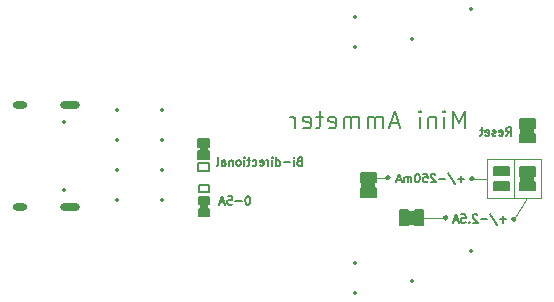
<source format=gbo>
%TF.GenerationSoftware,KiCad,Pcbnew,8.0.6*%
%TF.CreationDate,2025-01-03T23:58:44+00:00*%
%TF.ProjectId,Mini_Ammete,4d696e69-5f41-46d6-9d65-74652e6b6963,rev?*%
%TF.SameCoordinates,Original*%
%TF.FileFunction,Legend,Bot*%
%TF.FilePolarity,Positive*%
%FSLAX46Y46*%
G04 Gerber Fmt 4.6, Leading zero omitted, Abs format (unit mm)*
G04 Created by KiCad (PCBNEW 8.0.6) date 2025-01-03 23:58:44*
%MOMM*%
%LPD*%
G01*
G04 APERTURE LIST*
%ADD10C,0.200000*%
%ADD11C,0.150000*%
%ADD12C,0.229605*%
%ADD13C,0.100000*%
%ADD14C,0.350000*%
%ADD15O,1.700000X0.600000*%
%ADD16O,1.200000X0.600000*%
G04 APERTURE END LIST*
D10*
X138957279Y-73974028D02*
X138957279Y-72474028D01*
X138957279Y-72474028D02*
X138457279Y-73545457D01*
X138457279Y-73545457D02*
X137957279Y-72474028D01*
X137957279Y-72474028D02*
X137957279Y-73974028D01*
X137242993Y-73974028D02*
X137242993Y-72974028D01*
X137242993Y-72474028D02*
X137314421Y-72545457D01*
X137314421Y-72545457D02*
X137242993Y-72616885D01*
X137242993Y-72616885D02*
X137171564Y-72545457D01*
X137171564Y-72545457D02*
X137242993Y-72474028D01*
X137242993Y-72474028D02*
X137242993Y-72616885D01*
X136528707Y-72974028D02*
X136528707Y-73974028D01*
X136528707Y-73116885D02*
X136457278Y-73045457D01*
X136457278Y-73045457D02*
X136314421Y-72974028D01*
X136314421Y-72974028D02*
X136100135Y-72974028D01*
X136100135Y-72974028D02*
X135957278Y-73045457D01*
X135957278Y-73045457D02*
X135885850Y-73188314D01*
X135885850Y-73188314D02*
X135885850Y-73974028D01*
X135171564Y-73974028D02*
X135171564Y-72974028D01*
X135171564Y-72474028D02*
X135242992Y-72545457D01*
X135242992Y-72545457D02*
X135171564Y-72616885D01*
X135171564Y-72616885D02*
X135100135Y-72545457D01*
X135100135Y-72545457D02*
X135171564Y-72474028D01*
X135171564Y-72474028D02*
X135171564Y-72616885D01*
X133385849Y-73545457D02*
X132671564Y-73545457D01*
X133528706Y-73974028D02*
X133028706Y-72474028D01*
X133028706Y-72474028D02*
X132528706Y-73974028D01*
X132028707Y-73974028D02*
X132028707Y-72974028D01*
X132028707Y-73116885D02*
X131957278Y-73045457D01*
X131957278Y-73045457D02*
X131814421Y-72974028D01*
X131814421Y-72974028D02*
X131600135Y-72974028D01*
X131600135Y-72974028D02*
X131457278Y-73045457D01*
X131457278Y-73045457D02*
X131385850Y-73188314D01*
X131385850Y-73188314D02*
X131385850Y-73974028D01*
X131385850Y-73188314D02*
X131314421Y-73045457D01*
X131314421Y-73045457D02*
X131171564Y-72974028D01*
X131171564Y-72974028D02*
X130957278Y-72974028D01*
X130957278Y-72974028D02*
X130814421Y-73045457D01*
X130814421Y-73045457D02*
X130742992Y-73188314D01*
X130742992Y-73188314D02*
X130742992Y-73974028D01*
X130028707Y-73974028D02*
X130028707Y-72974028D01*
X130028707Y-73116885D02*
X129957278Y-73045457D01*
X129957278Y-73045457D02*
X129814421Y-72974028D01*
X129814421Y-72974028D02*
X129600135Y-72974028D01*
X129600135Y-72974028D02*
X129457278Y-73045457D01*
X129457278Y-73045457D02*
X129385850Y-73188314D01*
X129385850Y-73188314D02*
X129385850Y-73974028D01*
X129385850Y-73188314D02*
X129314421Y-73045457D01*
X129314421Y-73045457D02*
X129171564Y-72974028D01*
X129171564Y-72974028D02*
X128957278Y-72974028D01*
X128957278Y-72974028D02*
X128814421Y-73045457D01*
X128814421Y-73045457D02*
X128742992Y-73188314D01*
X128742992Y-73188314D02*
X128742992Y-73974028D01*
X127457278Y-73902600D02*
X127600135Y-73974028D01*
X127600135Y-73974028D02*
X127885850Y-73974028D01*
X127885850Y-73974028D02*
X128028707Y-73902600D01*
X128028707Y-73902600D02*
X128100135Y-73759742D01*
X128100135Y-73759742D02*
X128100135Y-73188314D01*
X128100135Y-73188314D02*
X128028707Y-73045457D01*
X128028707Y-73045457D02*
X127885850Y-72974028D01*
X127885850Y-72974028D02*
X127600135Y-72974028D01*
X127600135Y-72974028D02*
X127457278Y-73045457D01*
X127457278Y-73045457D02*
X127385850Y-73188314D01*
X127385850Y-73188314D02*
X127385850Y-73331171D01*
X127385850Y-73331171D02*
X128100135Y-73474028D01*
X126957278Y-72974028D02*
X126385850Y-72974028D01*
X126742993Y-72474028D02*
X126742993Y-73759742D01*
X126742993Y-73759742D02*
X126671564Y-73902600D01*
X126671564Y-73902600D02*
X126528707Y-73974028D01*
X126528707Y-73974028D02*
X126385850Y-73974028D01*
X125314421Y-73902600D02*
X125457278Y-73974028D01*
X125457278Y-73974028D02*
X125742993Y-73974028D01*
X125742993Y-73974028D02*
X125885850Y-73902600D01*
X125885850Y-73902600D02*
X125957278Y-73759742D01*
X125957278Y-73759742D02*
X125957278Y-73188314D01*
X125957278Y-73188314D02*
X125885850Y-73045457D01*
X125885850Y-73045457D02*
X125742993Y-72974028D01*
X125742993Y-72974028D02*
X125457278Y-72974028D01*
X125457278Y-72974028D02*
X125314421Y-73045457D01*
X125314421Y-73045457D02*
X125242993Y-73188314D01*
X125242993Y-73188314D02*
X125242993Y-73331171D01*
X125242993Y-73331171D02*
X125957278Y-73474028D01*
X124600136Y-73974028D02*
X124600136Y-72974028D01*
X124600136Y-73259742D02*
X124528707Y-73116885D01*
X124528707Y-73116885D02*
X124457279Y-73045457D01*
X124457279Y-73045457D02*
X124314421Y-72974028D01*
X124314421Y-72974028D02*
X124171564Y-72974028D01*
X116649500Y-80137000D02*
X117157500Y-80137000D01*
X117157500Y-80772000D01*
X116649500Y-80772000D01*
X116649500Y-80137000D01*
G36*
X116649500Y-80137000D02*
G01*
X117157500Y-80137000D01*
X117157500Y-80772000D01*
X116649500Y-80772000D01*
X116649500Y-80137000D01*
G37*
X116459000Y-78740000D02*
X117348000Y-78740000D01*
X117348000Y-79375000D01*
X116459000Y-79375000D01*
X116459000Y-78740000D01*
X116459000Y-79756000D02*
X117348000Y-79756000D01*
X117348000Y-80391000D01*
X116459000Y-80391000D01*
X116459000Y-79756000D01*
G36*
X116459000Y-79756000D02*
G01*
X117348000Y-79756000D01*
X117348000Y-80391000D01*
X116459000Y-80391000D01*
X116459000Y-79756000D01*
G37*
X116459000Y-80772000D02*
X117348000Y-80772000D01*
X117348000Y-81407000D01*
X116459000Y-81407000D01*
X116459000Y-80772000D01*
G36*
X116459000Y-80772000D02*
G01*
X117348000Y-80772000D01*
X117348000Y-81407000D01*
X116459000Y-81407000D01*
X116459000Y-80772000D01*
G37*
D11*
X120632316Y-79724533D02*
X120565649Y-79724533D01*
X120565649Y-79724533D02*
X120498982Y-79757866D01*
X120498982Y-79757866D02*
X120465649Y-79791200D01*
X120465649Y-79791200D02*
X120432316Y-79857866D01*
X120432316Y-79857866D02*
X120398982Y-79991200D01*
X120398982Y-79991200D02*
X120398982Y-80157866D01*
X120398982Y-80157866D02*
X120432316Y-80291200D01*
X120432316Y-80291200D02*
X120465649Y-80357866D01*
X120465649Y-80357866D02*
X120498982Y-80391200D01*
X120498982Y-80391200D02*
X120565649Y-80424533D01*
X120565649Y-80424533D02*
X120632316Y-80424533D01*
X120632316Y-80424533D02*
X120698982Y-80391200D01*
X120698982Y-80391200D02*
X120732316Y-80357866D01*
X120732316Y-80357866D02*
X120765649Y-80291200D01*
X120765649Y-80291200D02*
X120798982Y-80157866D01*
X120798982Y-80157866D02*
X120798982Y-79991200D01*
X120798982Y-79991200D02*
X120765649Y-79857866D01*
X120765649Y-79857866D02*
X120732316Y-79791200D01*
X120732316Y-79791200D02*
X120698982Y-79757866D01*
X120698982Y-79757866D02*
X120632316Y-79724533D01*
X120098982Y-80157866D02*
X119565649Y-80157866D01*
X118898982Y-79724533D02*
X119232315Y-79724533D01*
X119232315Y-79724533D02*
X119265648Y-80057866D01*
X119265648Y-80057866D02*
X119232315Y-80024533D01*
X119232315Y-80024533D02*
X119165648Y-79991200D01*
X119165648Y-79991200D02*
X118998982Y-79991200D01*
X118998982Y-79991200D02*
X118932315Y-80024533D01*
X118932315Y-80024533D02*
X118898982Y-80057866D01*
X118898982Y-80057866D02*
X118865648Y-80124533D01*
X118865648Y-80124533D02*
X118865648Y-80291200D01*
X118865648Y-80291200D02*
X118898982Y-80357866D01*
X118898982Y-80357866D02*
X118932315Y-80391200D01*
X118932315Y-80391200D02*
X118998982Y-80424533D01*
X118998982Y-80424533D02*
X119165648Y-80424533D01*
X119165648Y-80424533D02*
X119232315Y-80391200D01*
X119232315Y-80391200D02*
X119265648Y-80357866D01*
X118598981Y-80224533D02*
X118265648Y-80224533D01*
X118665648Y-80424533D02*
X118432315Y-79724533D01*
X118432315Y-79724533D02*
X118198981Y-80424533D01*
D12*
X137454407Y-81534000D02*
G75*
G02*
X137224803Y-81534000I-114802J0D01*
G01*
X137224803Y-81534000D02*
G75*
G02*
X137454407Y-81534000I114802J0D01*
G01*
X143243802Y-81661000D02*
G75*
G02*
X143014198Y-81661000I-114802J0D01*
G01*
X143014198Y-81661000D02*
G75*
G02*
X143243802Y-81661000I114802J0D01*
G01*
X139687802Y-78232000D02*
G75*
G02*
X139458198Y-78232000I-114802J0D01*
G01*
X139458198Y-78232000D02*
G75*
G02*
X139687802Y-78232000I114802J0D01*
G01*
X132575802Y-78149381D02*
G75*
G02*
X132346198Y-78149381I-114802J0D01*
G01*
X132346198Y-78149381D02*
G75*
G02*
X132575802Y-78149381I114802J0D01*
G01*
D13*
X130429000Y-78143043D02*
X132461000Y-78149381D01*
X140843000Y-78232000D02*
X139573000Y-78232000D01*
X135324936Y-81534000D02*
X137414000Y-81534000D01*
X143129000Y-76581000D02*
X145415000Y-76581000D01*
X145415000Y-79883000D01*
X143129000Y-79883000D01*
X143129000Y-76581000D01*
X140843000Y-76581000D02*
X145415000Y-76581000D01*
X145415000Y-79883000D01*
X140843000Y-79883000D01*
X140843000Y-76581000D01*
D10*
X130295528Y-78460543D02*
X131311528Y-78460543D01*
X131311528Y-79095543D01*
X130295528Y-79095543D01*
X130295528Y-78460543D01*
G36*
X130295528Y-78460543D02*
G01*
X131311528Y-78460543D01*
X131311528Y-79095543D01*
X130295528Y-79095543D01*
X130295528Y-78460543D01*
G37*
X130175000Y-77781064D02*
X131438528Y-77781064D01*
X131438528Y-78505021D01*
X130175000Y-78505021D01*
X130175000Y-77781064D01*
G36*
X130175000Y-77781064D02*
G01*
X131438528Y-77781064D01*
X131438528Y-78505021D01*
X130175000Y-78505021D01*
X130175000Y-77781064D01*
G37*
X130175000Y-79032043D02*
X131438528Y-79032043D01*
X131438528Y-79756000D01*
X130175000Y-79756000D01*
X130175000Y-79032043D01*
G36*
X130175000Y-79032043D02*
G01*
X131438528Y-79032043D01*
X131438528Y-79756000D01*
X130175000Y-79756000D01*
X130175000Y-79032043D01*
G37*
D13*
X144272000Y-79883000D02*
X143129000Y-81661000D01*
D10*
X134137457Y-81019528D02*
X134772457Y-81019528D01*
X134772457Y-82035528D01*
X134137457Y-82035528D01*
X134137457Y-81019528D01*
G36*
X134137457Y-81019528D02*
G01*
X134772457Y-81019528D01*
X134772457Y-82035528D01*
X134137457Y-82035528D01*
X134137457Y-81019528D01*
G37*
X134727979Y-80899000D02*
X135451936Y-80899000D01*
X135451936Y-82162528D01*
X134727979Y-82162528D01*
X134727979Y-80899000D01*
G36*
X134727979Y-80899000D02*
G01*
X135451936Y-80899000D01*
X135451936Y-82162528D01*
X134727979Y-82162528D01*
X134727979Y-80899000D01*
G37*
X133477000Y-80899000D02*
X134200957Y-80899000D01*
X134200957Y-82162528D01*
X133477000Y-82162528D01*
X133477000Y-80899000D01*
G36*
X133477000Y-80899000D02*
G01*
X134200957Y-80899000D01*
X134200957Y-82162528D01*
X133477000Y-82162528D01*
X133477000Y-80899000D01*
G37*
X143764000Y-73850500D02*
X144780000Y-73850500D01*
X144780000Y-74485500D01*
X143764000Y-74485500D01*
X143764000Y-73850500D01*
G36*
X143764000Y-73850500D02*
G01*
X144780000Y-73850500D01*
X144780000Y-74485500D01*
X143764000Y-74485500D01*
X143764000Y-73850500D01*
G37*
X143643472Y-73171021D02*
X144907000Y-73171021D01*
X144907000Y-73894978D01*
X143643472Y-73894978D01*
X143643472Y-73171021D01*
G36*
X143643472Y-73171021D02*
G01*
X144907000Y-73171021D01*
X144907000Y-73894978D01*
X143643472Y-73894978D01*
X143643472Y-73171021D01*
G37*
X143643472Y-74422000D02*
X144907000Y-74422000D01*
X144907000Y-75145957D01*
X143643472Y-75145957D01*
X143643472Y-74422000D01*
G36*
X143643472Y-74422000D02*
G01*
X144907000Y-74422000D01*
X144907000Y-75145957D01*
X143643472Y-75145957D01*
X143643472Y-74422000D01*
G37*
D11*
X142463649Y-74582533D02*
X142696982Y-74249200D01*
X142863649Y-74582533D02*
X142863649Y-73882533D01*
X142863649Y-73882533D02*
X142596982Y-73882533D01*
X142596982Y-73882533D02*
X142530316Y-73915866D01*
X142530316Y-73915866D02*
X142496982Y-73949200D01*
X142496982Y-73949200D02*
X142463649Y-74015866D01*
X142463649Y-74015866D02*
X142463649Y-74115866D01*
X142463649Y-74115866D02*
X142496982Y-74182533D01*
X142496982Y-74182533D02*
X142530316Y-74215866D01*
X142530316Y-74215866D02*
X142596982Y-74249200D01*
X142596982Y-74249200D02*
X142863649Y-74249200D01*
X141896982Y-74549200D02*
X141963649Y-74582533D01*
X141963649Y-74582533D02*
X142096982Y-74582533D01*
X142096982Y-74582533D02*
X142163649Y-74549200D01*
X142163649Y-74549200D02*
X142196982Y-74482533D01*
X142196982Y-74482533D02*
X142196982Y-74215866D01*
X142196982Y-74215866D02*
X142163649Y-74149200D01*
X142163649Y-74149200D02*
X142096982Y-74115866D01*
X142096982Y-74115866D02*
X141963649Y-74115866D01*
X141963649Y-74115866D02*
X141896982Y-74149200D01*
X141896982Y-74149200D02*
X141863649Y-74215866D01*
X141863649Y-74215866D02*
X141863649Y-74282533D01*
X141863649Y-74282533D02*
X142196982Y-74349200D01*
X141596982Y-74549200D02*
X141530316Y-74582533D01*
X141530316Y-74582533D02*
X141396982Y-74582533D01*
X141396982Y-74582533D02*
X141330316Y-74549200D01*
X141330316Y-74549200D02*
X141296982Y-74482533D01*
X141296982Y-74482533D02*
X141296982Y-74449200D01*
X141296982Y-74449200D02*
X141330316Y-74382533D01*
X141330316Y-74382533D02*
X141396982Y-74349200D01*
X141396982Y-74349200D02*
X141496982Y-74349200D01*
X141496982Y-74349200D02*
X141563649Y-74315866D01*
X141563649Y-74315866D02*
X141596982Y-74249200D01*
X141596982Y-74249200D02*
X141596982Y-74215866D01*
X141596982Y-74215866D02*
X141563649Y-74149200D01*
X141563649Y-74149200D02*
X141496982Y-74115866D01*
X141496982Y-74115866D02*
X141396982Y-74115866D01*
X141396982Y-74115866D02*
X141330316Y-74149200D01*
X140730315Y-74549200D02*
X140796982Y-74582533D01*
X140796982Y-74582533D02*
X140930315Y-74582533D01*
X140930315Y-74582533D02*
X140996982Y-74549200D01*
X140996982Y-74549200D02*
X141030315Y-74482533D01*
X141030315Y-74482533D02*
X141030315Y-74215866D01*
X141030315Y-74215866D02*
X140996982Y-74149200D01*
X140996982Y-74149200D02*
X140930315Y-74115866D01*
X140930315Y-74115866D02*
X140796982Y-74115866D01*
X140796982Y-74115866D02*
X140730315Y-74149200D01*
X140730315Y-74149200D02*
X140696982Y-74215866D01*
X140696982Y-74215866D02*
X140696982Y-74282533D01*
X140696982Y-74282533D02*
X141030315Y-74349200D01*
X140496982Y-74115866D02*
X140230315Y-74115866D01*
X140396982Y-73882533D02*
X140396982Y-74482533D01*
X140396982Y-74482533D02*
X140363649Y-74549200D01*
X140363649Y-74549200D02*
X140296982Y-74582533D01*
X140296982Y-74582533D02*
X140230315Y-74582533D01*
D10*
X141481236Y-77216000D02*
X142744764Y-77216000D01*
X142744764Y-77939957D01*
X141481236Y-77939957D01*
X141481236Y-77216000D01*
G36*
X141481236Y-77216000D02*
G01*
X142744764Y-77216000D01*
X142744764Y-77939957D01*
X141481236Y-77939957D01*
X141481236Y-77216000D01*
G37*
X141481236Y-78466979D02*
X142744764Y-78466979D01*
X142744764Y-79190936D01*
X141481236Y-79190936D01*
X141481236Y-78466979D01*
G36*
X141481236Y-78466979D02*
G01*
X142744764Y-78466979D01*
X142744764Y-79190936D01*
X141481236Y-79190936D01*
X141481236Y-78466979D01*
G37*
D11*
X138926649Y-78252866D02*
X138393316Y-78252866D01*
X138659982Y-78519533D02*
X138659982Y-77986200D01*
X137559982Y-77786200D02*
X138159982Y-78686200D01*
X137326649Y-78252866D02*
X136793316Y-78252866D01*
X136493315Y-77886200D02*
X136459982Y-77852866D01*
X136459982Y-77852866D02*
X136393315Y-77819533D01*
X136393315Y-77819533D02*
X136226649Y-77819533D01*
X136226649Y-77819533D02*
X136159982Y-77852866D01*
X136159982Y-77852866D02*
X136126649Y-77886200D01*
X136126649Y-77886200D02*
X136093315Y-77952866D01*
X136093315Y-77952866D02*
X136093315Y-78019533D01*
X136093315Y-78019533D02*
X136126649Y-78119533D01*
X136126649Y-78119533D02*
X136526649Y-78519533D01*
X136526649Y-78519533D02*
X136093315Y-78519533D01*
X135459982Y-77819533D02*
X135793315Y-77819533D01*
X135793315Y-77819533D02*
X135826648Y-78152866D01*
X135826648Y-78152866D02*
X135793315Y-78119533D01*
X135793315Y-78119533D02*
X135726648Y-78086200D01*
X135726648Y-78086200D02*
X135559982Y-78086200D01*
X135559982Y-78086200D02*
X135493315Y-78119533D01*
X135493315Y-78119533D02*
X135459982Y-78152866D01*
X135459982Y-78152866D02*
X135426648Y-78219533D01*
X135426648Y-78219533D02*
X135426648Y-78386200D01*
X135426648Y-78386200D02*
X135459982Y-78452866D01*
X135459982Y-78452866D02*
X135493315Y-78486200D01*
X135493315Y-78486200D02*
X135559982Y-78519533D01*
X135559982Y-78519533D02*
X135726648Y-78519533D01*
X135726648Y-78519533D02*
X135793315Y-78486200D01*
X135793315Y-78486200D02*
X135826648Y-78452866D01*
X134993315Y-77819533D02*
X134926648Y-77819533D01*
X134926648Y-77819533D02*
X134859981Y-77852866D01*
X134859981Y-77852866D02*
X134826648Y-77886200D01*
X134826648Y-77886200D02*
X134793315Y-77952866D01*
X134793315Y-77952866D02*
X134759981Y-78086200D01*
X134759981Y-78086200D02*
X134759981Y-78252866D01*
X134759981Y-78252866D02*
X134793315Y-78386200D01*
X134793315Y-78386200D02*
X134826648Y-78452866D01*
X134826648Y-78452866D02*
X134859981Y-78486200D01*
X134859981Y-78486200D02*
X134926648Y-78519533D01*
X134926648Y-78519533D02*
X134993315Y-78519533D01*
X134993315Y-78519533D02*
X135059981Y-78486200D01*
X135059981Y-78486200D02*
X135093315Y-78452866D01*
X135093315Y-78452866D02*
X135126648Y-78386200D01*
X135126648Y-78386200D02*
X135159981Y-78252866D01*
X135159981Y-78252866D02*
X135159981Y-78086200D01*
X135159981Y-78086200D02*
X135126648Y-77952866D01*
X135126648Y-77952866D02*
X135093315Y-77886200D01*
X135093315Y-77886200D02*
X135059981Y-77852866D01*
X135059981Y-77852866D02*
X134993315Y-77819533D01*
X134459981Y-78519533D02*
X134459981Y-78052866D01*
X134459981Y-78119533D02*
X134426648Y-78086200D01*
X134426648Y-78086200D02*
X134359981Y-78052866D01*
X134359981Y-78052866D02*
X134259981Y-78052866D01*
X134259981Y-78052866D02*
X134193314Y-78086200D01*
X134193314Y-78086200D02*
X134159981Y-78152866D01*
X134159981Y-78152866D02*
X134159981Y-78519533D01*
X134159981Y-78152866D02*
X134126648Y-78086200D01*
X134126648Y-78086200D02*
X134059981Y-78052866D01*
X134059981Y-78052866D02*
X133959981Y-78052866D01*
X133959981Y-78052866D02*
X133893314Y-78086200D01*
X133893314Y-78086200D02*
X133859981Y-78152866D01*
X133859981Y-78152866D02*
X133859981Y-78519533D01*
X133559981Y-78319533D02*
X133226648Y-78319533D01*
X133626648Y-78519533D02*
X133393315Y-77819533D01*
X133393315Y-77819533D02*
X133159981Y-78519533D01*
D10*
X143643472Y-78486000D02*
X144907000Y-78486000D01*
X144907000Y-79209957D01*
X143643472Y-79209957D01*
X143643472Y-78486000D01*
G36*
X143643472Y-78486000D02*
G01*
X144907000Y-78486000D01*
X144907000Y-79209957D01*
X143643472Y-79209957D01*
X143643472Y-78486000D01*
G37*
X143764000Y-77914500D02*
X144780000Y-77914500D01*
X144780000Y-78549500D01*
X143764000Y-78549500D01*
X143764000Y-77914500D01*
G36*
X143764000Y-77914500D02*
G01*
X144780000Y-77914500D01*
X144780000Y-78549500D01*
X143764000Y-78549500D01*
X143764000Y-77914500D01*
G37*
X143643472Y-77235021D02*
X144907000Y-77235021D01*
X144907000Y-77958978D01*
X143643472Y-77958978D01*
X143643472Y-77235021D01*
G36*
X143643472Y-77235021D02*
G01*
X144907000Y-77235021D01*
X144907000Y-77958978D01*
X143643472Y-77958978D01*
X143643472Y-77235021D01*
G37*
D11*
X142482649Y-81681866D02*
X141949316Y-81681866D01*
X142215982Y-81948533D02*
X142215982Y-81415200D01*
X141115982Y-81215200D02*
X141715982Y-82115200D01*
X140882649Y-81681866D02*
X140349316Y-81681866D01*
X140049315Y-81315200D02*
X140015982Y-81281866D01*
X140015982Y-81281866D02*
X139949315Y-81248533D01*
X139949315Y-81248533D02*
X139782649Y-81248533D01*
X139782649Y-81248533D02*
X139715982Y-81281866D01*
X139715982Y-81281866D02*
X139682649Y-81315200D01*
X139682649Y-81315200D02*
X139649315Y-81381866D01*
X139649315Y-81381866D02*
X139649315Y-81448533D01*
X139649315Y-81448533D02*
X139682649Y-81548533D01*
X139682649Y-81548533D02*
X140082649Y-81948533D01*
X140082649Y-81948533D02*
X139649315Y-81948533D01*
X139349315Y-81881866D02*
X139315982Y-81915200D01*
X139315982Y-81915200D02*
X139349315Y-81948533D01*
X139349315Y-81948533D02*
X139382648Y-81915200D01*
X139382648Y-81915200D02*
X139349315Y-81881866D01*
X139349315Y-81881866D02*
X139349315Y-81948533D01*
X138682649Y-81248533D02*
X139015982Y-81248533D01*
X139015982Y-81248533D02*
X139049315Y-81581866D01*
X139049315Y-81581866D02*
X139015982Y-81548533D01*
X139015982Y-81548533D02*
X138949315Y-81515200D01*
X138949315Y-81515200D02*
X138782649Y-81515200D01*
X138782649Y-81515200D02*
X138715982Y-81548533D01*
X138715982Y-81548533D02*
X138682649Y-81581866D01*
X138682649Y-81581866D02*
X138649315Y-81648533D01*
X138649315Y-81648533D02*
X138649315Y-81815200D01*
X138649315Y-81815200D02*
X138682649Y-81881866D01*
X138682649Y-81881866D02*
X138715982Y-81915200D01*
X138715982Y-81915200D02*
X138782649Y-81948533D01*
X138782649Y-81948533D02*
X138949315Y-81948533D01*
X138949315Y-81948533D02*
X139015982Y-81915200D01*
X139015982Y-81915200D02*
X139049315Y-81881866D01*
X138382648Y-81748533D02*
X138049315Y-81748533D01*
X138449315Y-81948533D02*
X138215982Y-81248533D01*
X138215982Y-81248533D02*
X137982648Y-81948533D01*
X124977316Y-76755866D02*
X124877316Y-76789200D01*
X124877316Y-76789200D02*
X124843982Y-76822533D01*
X124843982Y-76822533D02*
X124810649Y-76889200D01*
X124810649Y-76889200D02*
X124810649Y-76989200D01*
X124810649Y-76989200D02*
X124843982Y-77055866D01*
X124843982Y-77055866D02*
X124877316Y-77089200D01*
X124877316Y-77089200D02*
X124943982Y-77122533D01*
X124943982Y-77122533D02*
X125210649Y-77122533D01*
X125210649Y-77122533D02*
X125210649Y-76422533D01*
X125210649Y-76422533D02*
X124977316Y-76422533D01*
X124977316Y-76422533D02*
X124910649Y-76455866D01*
X124910649Y-76455866D02*
X124877316Y-76489200D01*
X124877316Y-76489200D02*
X124843982Y-76555866D01*
X124843982Y-76555866D02*
X124843982Y-76622533D01*
X124843982Y-76622533D02*
X124877316Y-76689200D01*
X124877316Y-76689200D02*
X124910649Y-76722533D01*
X124910649Y-76722533D02*
X124977316Y-76755866D01*
X124977316Y-76755866D02*
X125210649Y-76755866D01*
X124510649Y-77122533D02*
X124510649Y-76655866D01*
X124510649Y-76422533D02*
X124543982Y-76455866D01*
X124543982Y-76455866D02*
X124510649Y-76489200D01*
X124510649Y-76489200D02*
X124477316Y-76455866D01*
X124477316Y-76455866D02*
X124510649Y-76422533D01*
X124510649Y-76422533D02*
X124510649Y-76489200D01*
X124177316Y-76855866D02*
X123643983Y-76855866D01*
X123010649Y-77122533D02*
X123010649Y-76422533D01*
X123010649Y-77089200D02*
X123077316Y-77122533D01*
X123077316Y-77122533D02*
X123210649Y-77122533D01*
X123210649Y-77122533D02*
X123277316Y-77089200D01*
X123277316Y-77089200D02*
X123310649Y-77055866D01*
X123310649Y-77055866D02*
X123343982Y-76989200D01*
X123343982Y-76989200D02*
X123343982Y-76789200D01*
X123343982Y-76789200D02*
X123310649Y-76722533D01*
X123310649Y-76722533D02*
X123277316Y-76689200D01*
X123277316Y-76689200D02*
X123210649Y-76655866D01*
X123210649Y-76655866D02*
X123077316Y-76655866D01*
X123077316Y-76655866D02*
X123010649Y-76689200D01*
X122677316Y-77122533D02*
X122677316Y-76655866D01*
X122677316Y-76422533D02*
X122710649Y-76455866D01*
X122710649Y-76455866D02*
X122677316Y-76489200D01*
X122677316Y-76489200D02*
X122643983Y-76455866D01*
X122643983Y-76455866D02*
X122677316Y-76422533D01*
X122677316Y-76422533D02*
X122677316Y-76489200D01*
X122343983Y-77122533D02*
X122343983Y-76655866D01*
X122343983Y-76789200D02*
X122310650Y-76722533D01*
X122310650Y-76722533D02*
X122277316Y-76689200D01*
X122277316Y-76689200D02*
X122210650Y-76655866D01*
X122210650Y-76655866D02*
X122143983Y-76655866D01*
X121643983Y-77089200D02*
X121710650Y-77122533D01*
X121710650Y-77122533D02*
X121843983Y-77122533D01*
X121843983Y-77122533D02*
X121910650Y-77089200D01*
X121910650Y-77089200D02*
X121943983Y-77022533D01*
X121943983Y-77022533D02*
X121943983Y-76755866D01*
X121943983Y-76755866D02*
X121910650Y-76689200D01*
X121910650Y-76689200D02*
X121843983Y-76655866D01*
X121843983Y-76655866D02*
X121710650Y-76655866D01*
X121710650Y-76655866D02*
X121643983Y-76689200D01*
X121643983Y-76689200D02*
X121610650Y-76755866D01*
X121610650Y-76755866D02*
X121610650Y-76822533D01*
X121610650Y-76822533D02*
X121943983Y-76889200D01*
X121010650Y-77089200D02*
X121077317Y-77122533D01*
X121077317Y-77122533D02*
X121210650Y-77122533D01*
X121210650Y-77122533D02*
X121277317Y-77089200D01*
X121277317Y-77089200D02*
X121310650Y-77055866D01*
X121310650Y-77055866D02*
X121343983Y-76989200D01*
X121343983Y-76989200D02*
X121343983Y-76789200D01*
X121343983Y-76789200D02*
X121310650Y-76722533D01*
X121310650Y-76722533D02*
X121277317Y-76689200D01*
X121277317Y-76689200D02*
X121210650Y-76655866D01*
X121210650Y-76655866D02*
X121077317Y-76655866D01*
X121077317Y-76655866D02*
X121010650Y-76689200D01*
X120810650Y-76655866D02*
X120543983Y-76655866D01*
X120710650Y-76422533D02*
X120710650Y-77022533D01*
X120710650Y-77022533D02*
X120677317Y-77089200D01*
X120677317Y-77089200D02*
X120610650Y-77122533D01*
X120610650Y-77122533D02*
X120543983Y-77122533D01*
X120310650Y-77122533D02*
X120310650Y-76655866D01*
X120310650Y-76422533D02*
X120343983Y-76455866D01*
X120343983Y-76455866D02*
X120310650Y-76489200D01*
X120310650Y-76489200D02*
X120277317Y-76455866D01*
X120277317Y-76455866D02*
X120310650Y-76422533D01*
X120310650Y-76422533D02*
X120310650Y-76489200D01*
X119877317Y-77122533D02*
X119943984Y-77089200D01*
X119943984Y-77089200D02*
X119977317Y-77055866D01*
X119977317Y-77055866D02*
X120010650Y-76989200D01*
X120010650Y-76989200D02*
X120010650Y-76789200D01*
X120010650Y-76789200D02*
X119977317Y-76722533D01*
X119977317Y-76722533D02*
X119943984Y-76689200D01*
X119943984Y-76689200D02*
X119877317Y-76655866D01*
X119877317Y-76655866D02*
X119777317Y-76655866D01*
X119777317Y-76655866D02*
X119710650Y-76689200D01*
X119710650Y-76689200D02*
X119677317Y-76722533D01*
X119677317Y-76722533D02*
X119643984Y-76789200D01*
X119643984Y-76789200D02*
X119643984Y-76989200D01*
X119643984Y-76989200D02*
X119677317Y-77055866D01*
X119677317Y-77055866D02*
X119710650Y-77089200D01*
X119710650Y-77089200D02*
X119777317Y-77122533D01*
X119777317Y-77122533D02*
X119877317Y-77122533D01*
X119343984Y-76655866D02*
X119343984Y-77122533D01*
X119343984Y-76722533D02*
X119310651Y-76689200D01*
X119310651Y-76689200D02*
X119243984Y-76655866D01*
X119243984Y-76655866D02*
X119143984Y-76655866D01*
X119143984Y-76655866D02*
X119077317Y-76689200D01*
X119077317Y-76689200D02*
X119043984Y-76755866D01*
X119043984Y-76755866D02*
X119043984Y-77122533D01*
X118410651Y-77122533D02*
X118410651Y-76755866D01*
X118410651Y-76755866D02*
X118443984Y-76689200D01*
X118443984Y-76689200D02*
X118510651Y-76655866D01*
X118510651Y-76655866D02*
X118643984Y-76655866D01*
X118643984Y-76655866D02*
X118710651Y-76689200D01*
X118410651Y-77089200D02*
X118477318Y-77122533D01*
X118477318Y-77122533D02*
X118643984Y-77122533D01*
X118643984Y-77122533D02*
X118710651Y-77089200D01*
X118710651Y-77089200D02*
X118743984Y-77022533D01*
X118743984Y-77022533D02*
X118743984Y-76955866D01*
X118743984Y-76955866D02*
X118710651Y-76889200D01*
X118710651Y-76889200D02*
X118643984Y-76855866D01*
X118643984Y-76855866D02*
X118477318Y-76855866D01*
X118477318Y-76855866D02*
X118410651Y-76822533D01*
X117977318Y-77122533D02*
X118043985Y-77089200D01*
X118043985Y-77089200D02*
X118077318Y-77022533D01*
X118077318Y-77022533D02*
X118077318Y-76422533D01*
D10*
X116604258Y-75522514D02*
X117112258Y-75522514D01*
X117112258Y-76157514D01*
X116604258Y-76157514D01*
X116604258Y-75522514D01*
G36*
X116604258Y-75522514D02*
G01*
X117112258Y-75522514D01*
X117112258Y-76157514D01*
X116604258Y-76157514D01*
X116604258Y-75522514D01*
G37*
X116413758Y-76919514D02*
X117302758Y-76919514D01*
X117302758Y-77554514D01*
X116413758Y-77554514D01*
X116413758Y-76919514D01*
X116413758Y-75903514D02*
X117302758Y-75903514D01*
X117302758Y-76538514D01*
X116413758Y-76538514D01*
X116413758Y-75903514D01*
G36*
X116413758Y-75903514D02*
G01*
X117302758Y-75903514D01*
X117302758Y-76538514D01*
X116413758Y-76538514D01*
X116413758Y-75903514D01*
G37*
X116413758Y-74887514D02*
X117302758Y-74887514D01*
X117302758Y-75522514D01*
X116413758Y-75522514D01*
X116413758Y-74887514D01*
G36*
X116413758Y-74887514D02*
G01*
X117302758Y-74887514D01*
X117302758Y-75522514D01*
X116413758Y-75522514D01*
X116413758Y-74887514D01*
G37*
D14*
X129650000Y-87884000D03*
X129650000Y-64516000D03*
X134476000Y-86868000D03*
X139476000Y-84368000D03*
X105026000Y-73406000D03*
X105026000Y-79186000D03*
D15*
X105526000Y-71976000D03*
D16*
X101346000Y-71976000D03*
D15*
X105526000Y-80616000D03*
D16*
X101346000Y-80616000D03*
D14*
X129650000Y-67056000D03*
X113309000Y-72400000D03*
X113309000Y-74940000D03*
X113309000Y-77480000D03*
X113309000Y-80020000D03*
X129650000Y-85344000D03*
X109499000Y-72380000D03*
X109499000Y-74920000D03*
X109499000Y-77460000D03*
X109499000Y-80000000D03*
X134476000Y-66368000D03*
X139476000Y-63868000D03*
M02*

</source>
